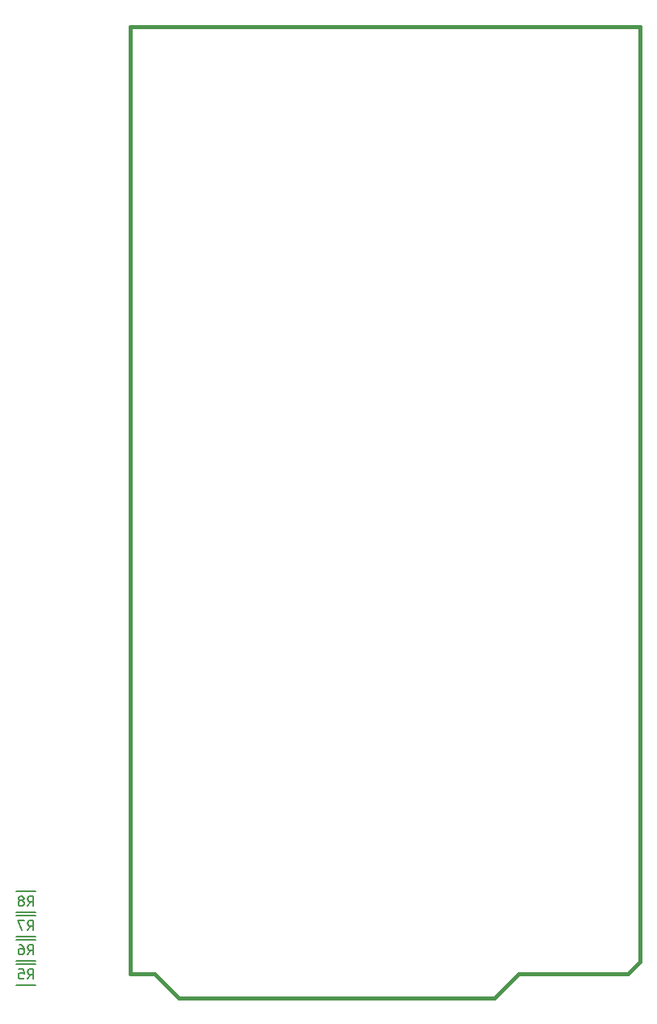
<source format=gbo>
G04 #@! TF.FileFunction,Legend,Bot*
%FSLAX46Y46*%
G04 Gerber Fmt 4.6, Leading zero omitted, Abs format (unit mm)*
G04 Created by KiCad (PCBNEW 4.0.1-stable) date Monday, February 22, 2016 'PMt' 07:07:20 PM*
%MOMM*%
G01*
G04 APERTURE LIST*
%ADD10C,0.100000*%
%ADD11C,0.381000*%
%ADD12C,0.150000*%
G04 APERTURE END LIST*
D10*
D11*
X172960000Y-135528000D02*
X172960000Y-36468000D01*
X226300000Y-134258000D02*
X226300000Y-36468000D01*
X213600000Y-135528000D02*
X225030000Y-135528000D01*
X225030000Y-135528000D02*
X226300000Y-134258000D01*
X172960000Y-36468000D02*
X226300000Y-36468000D01*
X213600000Y-135528000D02*
X211060000Y-138068000D01*
X211060000Y-138068000D02*
X178040000Y-138068000D01*
X178040000Y-138068000D02*
X175500000Y-135528000D01*
X175500000Y-135528000D02*
X172960000Y-135528000D01*
D12*
X161052000Y-136711000D02*
X163052000Y-136711000D01*
X163052000Y-134561000D02*
X161052000Y-134561000D01*
X161052000Y-134171000D02*
X163052000Y-134171000D01*
X163052000Y-132021000D02*
X161052000Y-132021000D01*
X161052000Y-131631000D02*
X163052000Y-131631000D01*
X163052000Y-129481000D02*
X161052000Y-129481000D01*
X161052000Y-129091000D02*
X163052000Y-129091000D01*
X163052000Y-126941000D02*
X161052000Y-126941000D01*
X162218666Y-136088381D02*
X162552000Y-135612190D01*
X162790095Y-136088381D02*
X162790095Y-135088381D01*
X162409142Y-135088381D01*
X162313904Y-135136000D01*
X162266285Y-135183619D01*
X162218666Y-135278857D01*
X162218666Y-135421714D01*
X162266285Y-135516952D01*
X162313904Y-135564571D01*
X162409142Y-135612190D01*
X162790095Y-135612190D01*
X161313904Y-135088381D02*
X161790095Y-135088381D01*
X161837714Y-135564571D01*
X161790095Y-135516952D01*
X161694857Y-135469333D01*
X161456761Y-135469333D01*
X161361523Y-135516952D01*
X161313904Y-135564571D01*
X161266285Y-135659810D01*
X161266285Y-135897905D01*
X161313904Y-135993143D01*
X161361523Y-136040762D01*
X161456761Y-136088381D01*
X161694857Y-136088381D01*
X161790095Y-136040762D01*
X161837714Y-135993143D01*
X162218666Y-133548381D02*
X162552000Y-133072190D01*
X162790095Y-133548381D02*
X162790095Y-132548381D01*
X162409142Y-132548381D01*
X162313904Y-132596000D01*
X162266285Y-132643619D01*
X162218666Y-132738857D01*
X162218666Y-132881714D01*
X162266285Y-132976952D01*
X162313904Y-133024571D01*
X162409142Y-133072190D01*
X162790095Y-133072190D01*
X161361523Y-132548381D02*
X161552000Y-132548381D01*
X161647238Y-132596000D01*
X161694857Y-132643619D01*
X161790095Y-132786476D01*
X161837714Y-132976952D01*
X161837714Y-133357905D01*
X161790095Y-133453143D01*
X161742476Y-133500762D01*
X161647238Y-133548381D01*
X161456761Y-133548381D01*
X161361523Y-133500762D01*
X161313904Y-133453143D01*
X161266285Y-133357905D01*
X161266285Y-133119810D01*
X161313904Y-133024571D01*
X161361523Y-132976952D01*
X161456761Y-132929333D01*
X161647238Y-132929333D01*
X161742476Y-132976952D01*
X161790095Y-133024571D01*
X161837714Y-133119810D01*
X162218666Y-131008381D02*
X162552000Y-130532190D01*
X162790095Y-131008381D02*
X162790095Y-130008381D01*
X162409142Y-130008381D01*
X162313904Y-130056000D01*
X162266285Y-130103619D01*
X162218666Y-130198857D01*
X162218666Y-130341714D01*
X162266285Y-130436952D01*
X162313904Y-130484571D01*
X162409142Y-130532190D01*
X162790095Y-130532190D01*
X161885333Y-130008381D02*
X161218666Y-130008381D01*
X161647238Y-131008381D01*
X162218666Y-128468381D02*
X162552000Y-127992190D01*
X162790095Y-128468381D02*
X162790095Y-127468381D01*
X162409142Y-127468381D01*
X162313904Y-127516000D01*
X162266285Y-127563619D01*
X162218666Y-127658857D01*
X162218666Y-127801714D01*
X162266285Y-127896952D01*
X162313904Y-127944571D01*
X162409142Y-127992190D01*
X162790095Y-127992190D01*
X161647238Y-127896952D02*
X161742476Y-127849333D01*
X161790095Y-127801714D01*
X161837714Y-127706476D01*
X161837714Y-127658857D01*
X161790095Y-127563619D01*
X161742476Y-127516000D01*
X161647238Y-127468381D01*
X161456761Y-127468381D01*
X161361523Y-127516000D01*
X161313904Y-127563619D01*
X161266285Y-127658857D01*
X161266285Y-127706476D01*
X161313904Y-127801714D01*
X161361523Y-127849333D01*
X161456761Y-127896952D01*
X161647238Y-127896952D01*
X161742476Y-127944571D01*
X161790095Y-127992190D01*
X161837714Y-128087429D01*
X161837714Y-128277905D01*
X161790095Y-128373143D01*
X161742476Y-128420762D01*
X161647238Y-128468381D01*
X161456761Y-128468381D01*
X161361523Y-128420762D01*
X161313904Y-128373143D01*
X161266285Y-128277905D01*
X161266285Y-128087429D01*
X161313904Y-127992190D01*
X161361523Y-127944571D01*
X161456761Y-127896952D01*
M02*

</source>
